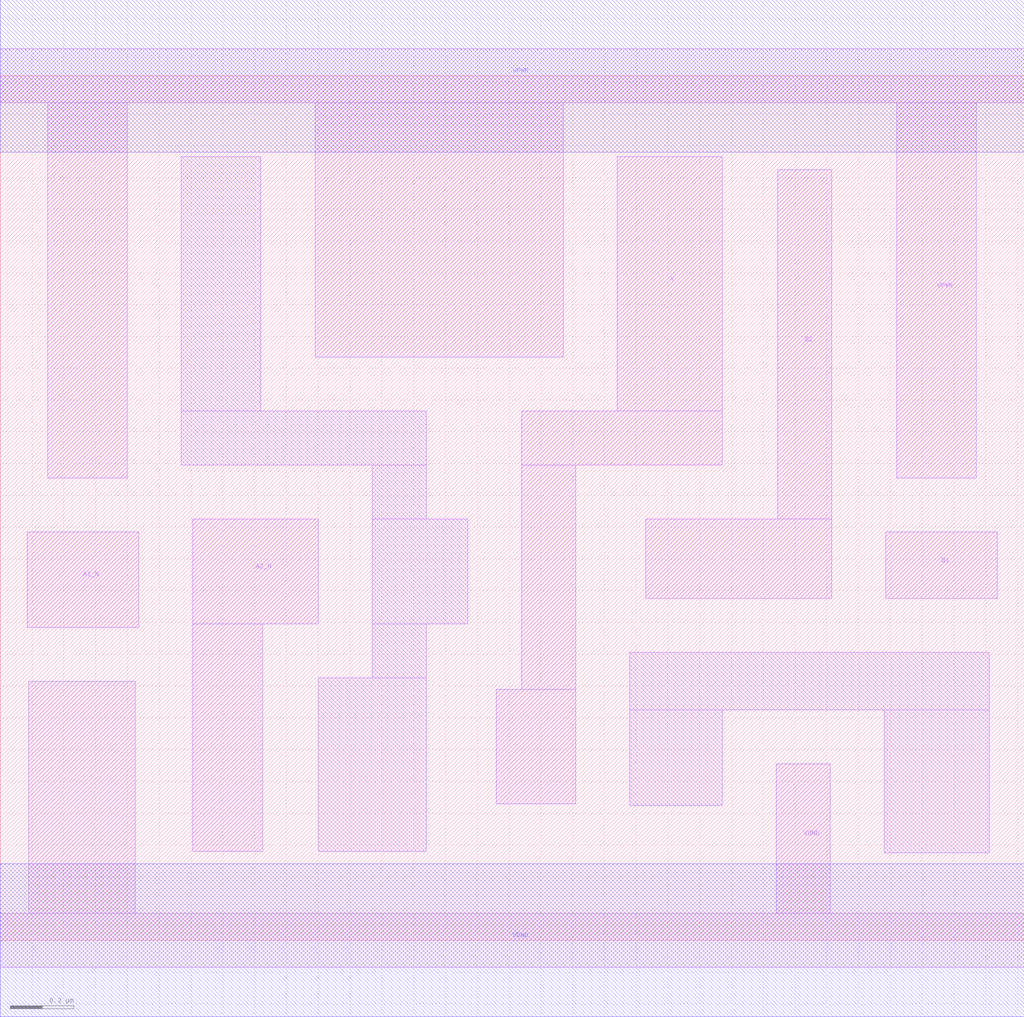
<source format=lef>
# Copyright 2020 The SkyWater PDK Authors
#
# Licensed under the Apache License, Version 2.0 (the "License");
# you may not use this file except in compliance with the License.
# You may obtain a copy of the License at
#
#     https://www.apache.org/licenses/LICENSE-2.0
#
# Unless required by applicable law or agreed to in writing, software
# distributed under the License is distributed on an "AS IS" BASIS,
# WITHOUT WARRANTIES OR CONDITIONS OF ANY KIND, either express or implied.
# See the License for the specific language governing permissions and
# limitations under the License.
#
# SPDX-License-Identifier: Apache-2.0

VERSION 5.5 ;
NAMESCASESENSITIVE ON ;
BUSBITCHARS "[]" ;
DIVIDERCHAR "/" ;
MACRO sky130_fd_sc_hd__o2bb2ai_1
  CLASS CORE ;
  SOURCE USER ;
  ORIGIN  0.000000  0.000000 ;
  SIZE  3.220000 BY  2.720000 ;
  SYMMETRY X Y R90 ;
  SITE unithd ;
  PIN A1_N
    ANTENNAGATEAREA  0.247500 ;
    DIRECTION INPUT ;
    USE SIGNAL ;
    PORT
      LAYER li1 ;
        RECT 0.085000 0.985000 0.435000 1.285000 ;
    END
  END A1_N
  PIN A2_N
    ANTENNAGATEAREA  0.247500 ;
    DIRECTION INPUT ;
    USE SIGNAL ;
    PORT
      LAYER li1 ;
        RECT 0.605000 0.280000 0.825000 0.995000 ;
        RECT 0.605000 0.995000 1.000000 1.325000 ;
    END
  END A2_N
  PIN B1
    ANTENNAGATEAREA  0.247500 ;
    DIRECTION INPUT ;
    USE SIGNAL ;
    PORT
      LAYER li1 ;
        RECT 2.785000 1.075000 3.135000 1.285000 ;
    END
  END B1
  PIN B2
    ANTENNAGATEAREA  0.247500 ;
    DIRECTION INPUT ;
    USE SIGNAL ;
    PORT
      LAYER li1 ;
        RECT 2.030000 1.075000 2.615000 1.325000 ;
        RECT 2.445000 1.325000 2.615000 2.425000 ;
    END
  END B2
  PIN Y
    ANTENNADIFFAREA  0.439000 ;
    DIRECTION OUTPUT ;
    USE SIGNAL ;
    PORT
      LAYER li1 ;
        RECT 1.560000 0.430000 1.810000 0.790000 ;
        RECT 1.640000 0.790000 1.810000 1.495000 ;
        RECT 1.640000 1.495000 2.270000 1.665000 ;
        RECT 1.940000 1.665000 2.270000 2.465000 ;
    END
  END Y
  PIN VGND
    DIRECTION INOUT ;
    SHAPE ABUTMENT ;
    USE GROUND ;
    PORT
      LAYER li1 ;
        RECT 0.000000 -0.085000 3.220000 0.085000 ;
        RECT 0.090000  0.085000 0.425000 0.815000 ;
        RECT 2.440000  0.085000 2.610000 0.555000 ;
    END
    PORT
      LAYER met1 ;
        RECT 0.000000 -0.240000 3.220000 0.240000 ;
    END
  END VGND
  PIN VPWR
    DIRECTION INOUT ;
    SHAPE ABUTMENT ;
    USE POWER ;
    PORT
      LAYER li1 ;
        RECT 0.000000 2.635000 3.220000 2.805000 ;
        RECT 0.150000 1.455000 0.400000 2.635000 ;
        RECT 0.990000 1.835000 1.770000 2.635000 ;
        RECT 2.820000 1.455000 3.070000 2.635000 ;
    END
    PORT
      LAYER met1 ;
        RECT 0.000000 2.480000 3.220000 2.960000 ;
    END
  END VPWR
  OBS
    LAYER li1 ;
      RECT 0.570000 1.495000 1.340000 1.665000 ;
      RECT 0.570000 1.665000 0.820000 2.465000 ;
      RECT 1.000000 0.280000 1.340000 0.825000 ;
      RECT 1.170000 0.825000 1.340000 0.995000 ;
      RECT 1.170000 0.995000 1.470000 1.325000 ;
      RECT 1.170000 1.325000 1.340000 1.495000 ;
      RECT 1.980000 0.425000 2.270000 0.725000 ;
      RECT 1.980000 0.725000 3.110000 0.905000 ;
      RECT 2.780000 0.275000 3.110000 0.725000 ;
  END
END sky130_fd_sc_hd__o2bb2ai_1
END LIBRARY

</source>
